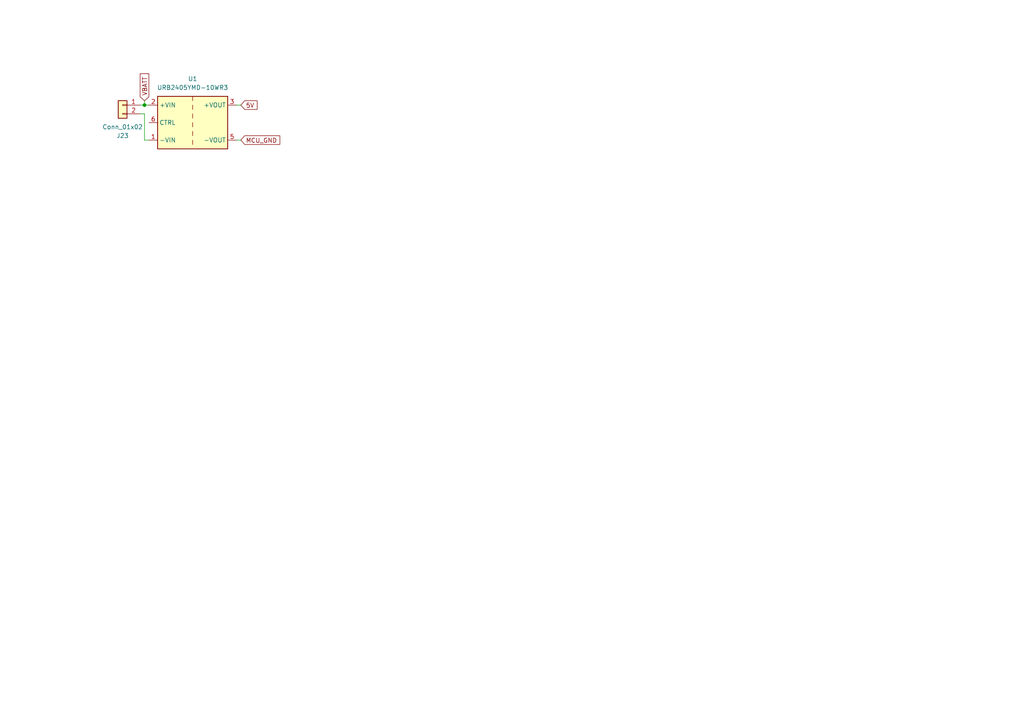
<source format=kicad_sch>
(kicad_sch (version 20250114) (generator "eeschema") (generator_version "9.0")
  (paper "A4")
  (lib_symbols
    (symbol "Connector_Generic:Conn_01x02" (pin_names (offset 1.016) (hide yes))
      (property "Reference" "J" (at 0 2.54 0))
      (property "Value" "Conn_01x02" (at 0 -5.08 0))
      (symbol "Conn_01x02_1_1"
        (rectangle (start -1.27 1.27) (end 1.27 -3.81) (stroke (width 0.254)) (fill (type background)))
        (rectangle (start -1.27 0.127) (end 0 -0.127) (stroke (width 0.1524)))
        (rectangle (start -1.27 -2.413) (end 0 -2.667) (stroke (width 0.1524)))
        (pin passive line (at -5.08 0 0) (length 3.81) (name "Pin_1") (number "1"))
        (pin passive line (at -5.08 -2.54 0) (length 3.81) (name "Pin_2") (number "2"))
      )
    )
    (symbol "Son_KiCad_lib:URB2405YMD-10WR3"
      (property "Reference" "U" (at -8.89 8.89 0))
      (property "Value" "URB2405YMD-10WR3" (at 8.89 8.89 0))
      (symbol "URB2405YMD-10WR3_0_1"
        (rectangle (start -10.16 7.62) (end 10.16 -7.62) (stroke (width 0.254)) (fill (type background)))
        (polyline (pts (xy 0 7.62) (xy 0 6.35)))
        (polyline (pts (xy 0 5.08) (xy 0 3.81)))
        (polyline (pts (xy 0 2.54) (xy 0 1.27)))
        (polyline (pts (xy 0 0) (xy 0 -1.27)))
        (polyline (pts (xy 0 -2.54) (xy 0 -3.81)))
        (polyline (pts (xy 0 -5.08) (xy 0 -6.35)))
      )
      (symbol "URB2405YMD-10WR3_1_1"
        (pin power_in line (at -12.7 5.08 0) (length 2.54) (name "+VIN") (number "2"))
        (pin input line (at -12.7 0 0) (length 2.54) (name "CTRL") (number "6"))
        (pin power_in line (at -12.7 -5.08 0) (length 2.54) (name "-VIN") (number "1"))
        (pin power_out line (at 12.7 5.08 180) (length 2.54) (name "+VOUT") (number "3"))
        (pin power_out line (at 12.7 -5.08 180) (length 2.54) (name "-VOUT") (number "5"))
      )
    )
  )
  (junction (at 41.91 30.48))
  (wire (pts (xy 41.91 33.02) (xy 41.91 40.64)))
  (wire (pts (xy 69.85 30.48) (xy 68.58 30.48)))
  (wire (pts (xy 41.91 40.64) (xy 43.18 40.64)))
  (wire (pts (xy 69.85 40.64) (xy 68.58 40.64)))
  (wire (pts (xy 41.91 29.21) (xy 41.91 30.48)))
  (wire (pts (xy 41.91 30.48) (xy 43.18 30.48)))
  (wire (pts (xy 40.64 33.02) (xy 41.91 33.02)))
  (wire (pts (xy 40.64 30.48) (xy 41.91 30.48)))
  (global_label "5V" (shape input) (at 69.85 30.48 0) (property "Intersheetrefs" "${INTERSHEET_REFS}" (effects (hide yes))))
  (global_label "MCU_GND" (shape input) (at 69.85 40.64 0) (property "Intersheetrefs" "${INTERSHEET_REFS}" (effects (hide yes))))
  (global_label "VBATT" (shape input) (at 41.91 29.21 90) (property "Intersheetrefs" "${INTERSHEET_REFS}" (effects (hide yes))))
  (symbol (lib_id "Connector_Generic:Conn_01x02") (at 35.56 30.48 0) (mirror y) (unit 1)
    (property "Reference" "J23" (at 35.56 39.37 0))
    (property "Value" "Conn_01x02" (at 35.56 36.83 0))
    (property "Description" "Generic connector, single row, 01x02, script generated (kicad-library-utils/schlib/autogen/connector/)" (effects (hide yes)))
  )
  (symbol (lib_id "Son_KiCad_lib:URB2405YMD-10WR3") (at 55.88 35.56 0) (unit 1)
    (property "Reference" "U1" (at 55.88 22.86 0))
    (property "Value" "URB2405YMD-10WR3" (at 55.88 25.4 0))
    (property "Footprint" "Son_KiCad_lib:URB2405YMD-10WR3" (effects (hide yes)))
    (property "Datasheet" "https://www.mornsun-power.com/html/pdf/URB2405YMD-10WR3.html" (effects (hide yes)))
    (property "Description" "Isolated 10W 4:1 input DC/DC converter module, 9-36V input voltage, 5V output voltage, DIP" (effects (hide yes)))
  )
)
</source>
